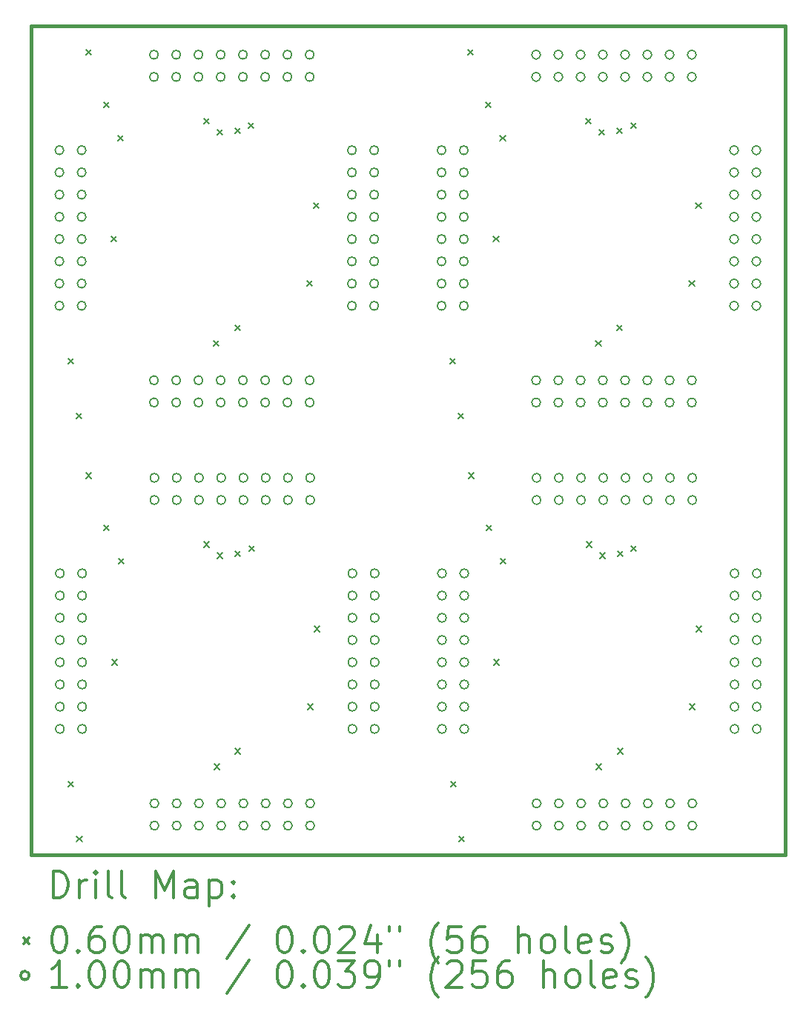
<source format=gbr>
%FSLAX45Y45*%
G04 Gerber Fmt 4.5, Leading zero omitted, Abs format (unit mm)*
G04 Created by KiCad (PCBNEW 4.0.5+dfsg1-4) date Mon Jul  9 23:17:05 2018*
%MOMM*%
%LPD*%
G01*
G04 APERTURE LIST*
%ADD10C,0.127000*%
%ADD11C,0.381000*%
%ADD12C,0.200000*%
%ADD13C,0.300000*%
G04 APERTURE END LIST*
D10*
D11*
X10901680Y-3594100D02*
X10916920Y-3594100D01*
X10901680Y-13073380D02*
X10901680Y-3594100D01*
X19517360Y-13073380D02*
X10901680Y-13073380D01*
X19517360Y-3594100D02*
X19517360Y-13073380D01*
X10916920Y-3594100D02*
X19517360Y-3594100D01*
D12*
X11323800Y-7393150D02*
X11383800Y-7453150D01*
X11383800Y-7393150D02*
X11323800Y-7453150D01*
X11328880Y-12229310D02*
X11388880Y-12289310D01*
X11388880Y-12229310D02*
X11328880Y-12289310D01*
X11419050Y-8021800D02*
X11479050Y-8081800D01*
X11479050Y-8021800D02*
X11419050Y-8081800D01*
X11424130Y-12857960D02*
X11484130Y-12917960D01*
X11484130Y-12857960D02*
X11424130Y-12917960D01*
X11527000Y-3868900D02*
X11587000Y-3928900D01*
X11587000Y-3868900D02*
X11527000Y-3928900D01*
X11532080Y-8705060D02*
X11592080Y-8765060D01*
X11592080Y-8705060D02*
X11532080Y-8765060D01*
X11730200Y-4465800D02*
X11790200Y-4525800D01*
X11790200Y-4465800D02*
X11730200Y-4525800D01*
X11735280Y-9301960D02*
X11795280Y-9361960D01*
X11795280Y-9301960D02*
X11735280Y-9361960D01*
X11819100Y-6002500D02*
X11879100Y-6062500D01*
X11879100Y-6002500D02*
X11819100Y-6062500D01*
X11824180Y-10838660D02*
X11884180Y-10898660D01*
X11884180Y-10838660D02*
X11824180Y-10898660D01*
X11895300Y-4846800D02*
X11955300Y-4906800D01*
X11955300Y-4846800D02*
X11895300Y-4906800D01*
X11900380Y-9682960D02*
X11960380Y-9742960D01*
X11960380Y-9682960D02*
X11900380Y-9742960D01*
X12873200Y-4656300D02*
X12933200Y-4716300D01*
X12933200Y-4656300D02*
X12873200Y-4716300D01*
X12878280Y-9492460D02*
X12938280Y-9552460D01*
X12938280Y-9492460D02*
X12878280Y-9552460D01*
X12987500Y-7196300D02*
X13047500Y-7256300D01*
X13047500Y-7196300D02*
X12987500Y-7256300D01*
X12992580Y-12032460D02*
X13052580Y-12092460D01*
X13052580Y-12032460D02*
X12992580Y-12092460D01*
X13025600Y-4783300D02*
X13085600Y-4843300D01*
X13085600Y-4783300D02*
X13025600Y-4843300D01*
X13030680Y-9619460D02*
X13090680Y-9679460D01*
X13090680Y-9619460D02*
X13030680Y-9679460D01*
X13228800Y-4764250D02*
X13288800Y-4824250D01*
X13288800Y-4764250D02*
X13228800Y-4824250D01*
X13228800Y-7018500D02*
X13288800Y-7078500D01*
X13288800Y-7018500D02*
X13228800Y-7078500D01*
X13233880Y-9600410D02*
X13293880Y-9660410D01*
X13293880Y-9600410D02*
X13233880Y-9660410D01*
X13233880Y-11854660D02*
X13293880Y-11914660D01*
X13293880Y-11854660D02*
X13233880Y-11914660D01*
X13387550Y-4700750D02*
X13447550Y-4760750D01*
X13447550Y-4700750D02*
X13387550Y-4760750D01*
X13392630Y-9536910D02*
X13452630Y-9596910D01*
X13452630Y-9536910D02*
X13392630Y-9596910D01*
X14054300Y-6510500D02*
X14114300Y-6570500D01*
X14114300Y-6510500D02*
X14054300Y-6570500D01*
X14059380Y-11346660D02*
X14119380Y-11406660D01*
X14119380Y-11346660D02*
X14059380Y-11406660D01*
X14130500Y-5621500D02*
X14190500Y-5681500D01*
X14190500Y-5621500D02*
X14130500Y-5681500D01*
X14135580Y-10457660D02*
X14195580Y-10517660D01*
X14195580Y-10457660D02*
X14135580Y-10517660D01*
X15687520Y-7393150D02*
X15747520Y-7453150D01*
X15747520Y-7393150D02*
X15687520Y-7453150D01*
X15692600Y-12229310D02*
X15752600Y-12289310D01*
X15752600Y-12229310D02*
X15692600Y-12289310D01*
X15782770Y-8021800D02*
X15842770Y-8081800D01*
X15842770Y-8021800D02*
X15782770Y-8081800D01*
X15787850Y-12857960D02*
X15847850Y-12917960D01*
X15847850Y-12857960D02*
X15787850Y-12917960D01*
X15890720Y-3868900D02*
X15950720Y-3928900D01*
X15950720Y-3868900D02*
X15890720Y-3928900D01*
X15895800Y-8705060D02*
X15955800Y-8765060D01*
X15955800Y-8705060D02*
X15895800Y-8765060D01*
X16093920Y-4465800D02*
X16153920Y-4525800D01*
X16153920Y-4465800D02*
X16093920Y-4525800D01*
X16099000Y-9301960D02*
X16159000Y-9361960D01*
X16159000Y-9301960D02*
X16099000Y-9361960D01*
X16182820Y-6002500D02*
X16242820Y-6062500D01*
X16242820Y-6002500D02*
X16182820Y-6062500D01*
X16187900Y-10838660D02*
X16247900Y-10898660D01*
X16247900Y-10838660D02*
X16187900Y-10898660D01*
X16259020Y-4846800D02*
X16319020Y-4906800D01*
X16319020Y-4846800D02*
X16259020Y-4906800D01*
X16264100Y-9682960D02*
X16324100Y-9742960D01*
X16324100Y-9682960D02*
X16264100Y-9742960D01*
X17236920Y-4656300D02*
X17296920Y-4716300D01*
X17296920Y-4656300D02*
X17236920Y-4716300D01*
X17242000Y-9492460D02*
X17302000Y-9552460D01*
X17302000Y-9492460D02*
X17242000Y-9552460D01*
X17351220Y-7196300D02*
X17411220Y-7256300D01*
X17411220Y-7196300D02*
X17351220Y-7256300D01*
X17356300Y-12032460D02*
X17416300Y-12092460D01*
X17416300Y-12032460D02*
X17356300Y-12092460D01*
X17389320Y-4783300D02*
X17449320Y-4843300D01*
X17449320Y-4783300D02*
X17389320Y-4843300D01*
X17394400Y-9619460D02*
X17454400Y-9679460D01*
X17454400Y-9619460D02*
X17394400Y-9679460D01*
X17592520Y-4764250D02*
X17652520Y-4824250D01*
X17652520Y-4764250D02*
X17592520Y-4824250D01*
X17592520Y-7018500D02*
X17652520Y-7078500D01*
X17652520Y-7018500D02*
X17592520Y-7078500D01*
X17597600Y-9600410D02*
X17657600Y-9660410D01*
X17657600Y-9600410D02*
X17597600Y-9660410D01*
X17597600Y-11854660D02*
X17657600Y-11914660D01*
X17657600Y-11854660D02*
X17597600Y-11914660D01*
X17751270Y-4700750D02*
X17811270Y-4760750D01*
X17811270Y-4700750D02*
X17751270Y-4760750D01*
X17756350Y-9536910D02*
X17816350Y-9596910D01*
X17816350Y-9536910D02*
X17756350Y-9596910D01*
X18418020Y-6510500D02*
X18478020Y-6570500D01*
X18478020Y-6510500D02*
X18418020Y-6570500D01*
X18423100Y-11346660D02*
X18483100Y-11406660D01*
X18483100Y-11346660D02*
X18423100Y-11406660D01*
X18494220Y-5621500D02*
X18554220Y-5681500D01*
X18554220Y-5621500D02*
X18494220Y-5681500D01*
X18499300Y-10457660D02*
X18559300Y-10517660D01*
X18559300Y-10457660D02*
X18499300Y-10517660D01*
X11276800Y-5016500D02*
G75*
G03X11276800Y-5016500I-50000J0D01*
G01*
X11276800Y-5270500D02*
G75*
G03X11276800Y-5270500I-50000J0D01*
G01*
X11276800Y-5524500D02*
G75*
G03X11276800Y-5524500I-50000J0D01*
G01*
X11276800Y-5778500D02*
G75*
G03X11276800Y-5778500I-50000J0D01*
G01*
X11276800Y-6032500D02*
G75*
G03X11276800Y-6032500I-50000J0D01*
G01*
X11276800Y-6286500D02*
G75*
G03X11276800Y-6286500I-50000J0D01*
G01*
X11276800Y-6540500D02*
G75*
G03X11276800Y-6540500I-50000J0D01*
G01*
X11276800Y-6794500D02*
G75*
G03X11276800Y-6794500I-50000J0D01*
G01*
X11281880Y-9852660D02*
G75*
G03X11281880Y-9852660I-50000J0D01*
G01*
X11281880Y-10106660D02*
G75*
G03X11281880Y-10106660I-50000J0D01*
G01*
X11281880Y-10360660D02*
G75*
G03X11281880Y-10360660I-50000J0D01*
G01*
X11281880Y-10614660D02*
G75*
G03X11281880Y-10614660I-50000J0D01*
G01*
X11281880Y-10868660D02*
G75*
G03X11281880Y-10868660I-50000J0D01*
G01*
X11281880Y-11122660D02*
G75*
G03X11281880Y-11122660I-50000J0D01*
G01*
X11281880Y-11376660D02*
G75*
G03X11281880Y-11376660I-50000J0D01*
G01*
X11281880Y-11630660D02*
G75*
G03X11281880Y-11630660I-50000J0D01*
G01*
X11530800Y-5016500D02*
G75*
G03X11530800Y-5016500I-50000J0D01*
G01*
X11530800Y-5270500D02*
G75*
G03X11530800Y-5270500I-50000J0D01*
G01*
X11530800Y-5524500D02*
G75*
G03X11530800Y-5524500I-50000J0D01*
G01*
X11530800Y-5778500D02*
G75*
G03X11530800Y-5778500I-50000J0D01*
G01*
X11530800Y-6032500D02*
G75*
G03X11530800Y-6032500I-50000J0D01*
G01*
X11530800Y-6286500D02*
G75*
G03X11530800Y-6286500I-50000J0D01*
G01*
X11530800Y-6540500D02*
G75*
G03X11530800Y-6540500I-50000J0D01*
G01*
X11530800Y-6794500D02*
G75*
G03X11530800Y-6794500I-50000J0D01*
G01*
X11535880Y-9852660D02*
G75*
G03X11535880Y-9852660I-50000J0D01*
G01*
X11535880Y-10106660D02*
G75*
G03X11535880Y-10106660I-50000J0D01*
G01*
X11535880Y-10360660D02*
G75*
G03X11535880Y-10360660I-50000J0D01*
G01*
X11535880Y-10614660D02*
G75*
G03X11535880Y-10614660I-50000J0D01*
G01*
X11535880Y-10868660D02*
G75*
G03X11535880Y-10868660I-50000J0D01*
G01*
X11535880Y-11122660D02*
G75*
G03X11535880Y-11122660I-50000J0D01*
G01*
X11535880Y-11376660D02*
G75*
G03X11535880Y-11376660I-50000J0D01*
G01*
X11535880Y-11630660D02*
G75*
G03X11535880Y-11630660I-50000J0D01*
G01*
X12356300Y-3924300D02*
G75*
G03X12356300Y-3924300I-50000J0D01*
G01*
X12356300Y-4178300D02*
G75*
G03X12356300Y-4178300I-50000J0D01*
G01*
X12356300Y-7645400D02*
G75*
G03X12356300Y-7645400I-50000J0D01*
G01*
X12356300Y-7899400D02*
G75*
G03X12356300Y-7899400I-50000J0D01*
G01*
X12361380Y-8760460D02*
G75*
G03X12361380Y-8760460I-50000J0D01*
G01*
X12361380Y-9014460D02*
G75*
G03X12361380Y-9014460I-50000J0D01*
G01*
X12361380Y-12481560D02*
G75*
G03X12361380Y-12481560I-50000J0D01*
G01*
X12361380Y-12735560D02*
G75*
G03X12361380Y-12735560I-50000J0D01*
G01*
X12610300Y-3924300D02*
G75*
G03X12610300Y-3924300I-50000J0D01*
G01*
X12610300Y-4178300D02*
G75*
G03X12610300Y-4178300I-50000J0D01*
G01*
X12610300Y-7645400D02*
G75*
G03X12610300Y-7645400I-50000J0D01*
G01*
X12610300Y-7899400D02*
G75*
G03X12610300Y-7899400I-50000J0D01*
G01*
X12615380Y-8760460D02*
G75*
G03X12615380Y-8760460I-50000J0D01*
G01*
X12615380Y-9014460D02*
G75*
G03X12615380Y-9014460I-50000J0D01*
G01*
X12615380Y-12481560D02*
G75*
G03X12615380Y-12481560I-50000J0D01*
G01*
X12615380Y-12735560D02*
G75*
G03X12615380Y-12735560I-50000J0D01*
G01*
X12864300Y-3924300D02*
G75*
G03X12864300Y-3924300I-50000J0D01*
G01*
X12864300Y-4178300D02*
G75*
G03X12864300Y-4178300I-50000J0D01*
G01*
X12864300Y-7645400D02*
G75*
G03X12864300Y-7645400I-50000J0D01*
G01*
X12864300Y-7899400D02*
G75*
G03X12864300Y-7899400I-50000J0D01*
G01*
X12869380Y-8760460D02*
G75*
G03X12869380Y-8760460I-50000J0D01*
G01*
X12869380Y-9014460D02*
G75*
G03X12869380Y-9014460I-50000J0D01*
G01*
X12869380Y-12481560D02*
G75*
G03X12869380Y-12481560I-50000J0D01*
G01*
X12869380Y-12735560D02*
G75*
G03X12869380Y-12735560I-50000J0D01*
G01*
X13118300Y-3924300D02*
G75*
G03X13118300Y-3924300I-50000J0D01*
G01*
X13118300Y-4178300D02*
G75*
G03X13118300Y-4178300I-50000J0D01*
G01*
X13118300Y-7645400D02*
G75*
G03X13118300Y-7645400I-50000J0D01*
G01*
X13118300Y-7899400D02*
G75*
G03X13118300Y-7899400I-50000J0D01*
G01*
X13123380Y-8760460D02*
G75*
G03X13123380Y-8760460I-50000J0D01*
G01*
X13123380Y-9014460D02*
G75*
G03X13123380Y-9014460I-50000J0D01*
G01*
X13123380Y-12481560D02*
G75*
G03X13123380Y-12481560I-50000J0D01*
G01*
X13123380Y-12735560D02*
G75*
G03X13123380Y-12735560I-50000J0D01*
G01*
X13372300Y-3924300D02*
G75*
G03X13372300Y-3924300I-50000J0D01*
G01*
X13372300Y-4178300D02*
G75*
G03X13372300Y-4178300I-50000J0D01*
G01*
X13372300Y-7645400D02*
G75*
G03X13372300Y-7645400I-50000J0D01*
G01*
X13372300Y-7899400D02*
G75*
G03X13372300Y-7899400I-50000J0D01*
G01*
X13377380Y-8760460D02*
G75*
G03X13377380Y-8760460I-50000J0D01*
G01*
X13377380Y-9014460D02*
G75*
G03X13377380Y-9014460I-50000J0D01*
G01*
X13377380Y-12481560D02*
G75*
G03X13377380Y-12481560I-50000J0D01*
G01*
X13377380Y-12735560D02*
G75*
G03X13377380Y-12735560I-50000J0D01*
G01*
X13626300Y-3924300D02*
G75*
G03X13626300Y-3924300I-50000J0D01*
G01*
X13626300Y-4178300D02*
G75*
G03X13626300Y-4178300I-50000J0D01*
G01*
X13626300Y-7645400D02*
G75*
G03X13626300Y-7645400I-50000J0D01*
G01*
X13626300Y-7899400D02*
G75*
G03X13626300Y-7899400I-50000J0D01*
G01*
X13631380Y-8760460D02*
G75*
G03X13631380Y-8760460I-50000J0D01*
G01*
X13631380Y-9014460D02*
G75*
G03X13631380Y-9014460I-50000J0D01*
G01*
X13631380Y-12481560D02*
G75*
G03X13631380Y-12481560I-50000J0D01*
G01*
X13631380Y-12735560D02*
G75*
G03X13631380Y-12735560I-50000J0D01*
G01*
X13880300Y-3924300D02*
G75*
G03X13880300Y-3924300I-50000J0D01*
G01*
X13880300Y-4178300D02*
G75*
G03X13880300Y-4178300I-50000J0D01*
G01*
X13880300Y-7645400D02*
G75*
G03X13880300Y-7645400I-50000J0D01*
G01*
X13880300Y-7899400D02*
G75*
G03X13880300Y-7899400I-50000J0D01*
G01*
X13885380Y-8760460D02*
G75*
G03X13885380Y-8760460I-50000J0D01*
G01*
X13885380Y-9014460D02*
G75*
G03X13885380Y-9014460I-50000J0D01*
G01*
X13885380Y-12481560D02*
G75*
G03X13885380Y-12481560I-50000J0D01*
G01*
X13885380Y-12735560D02*
G75*
G03X13885380Y-12735560I-50000J0D01*
G01*
X14134300Y-3924300D02*
G75*
G03X14134300Y-3924300I-50000J0D01*
G01*
X14134300Y-4178300D02*
G75*
G03X14134300Y-4178300I-50000J0D01*
G01*
X14134300Y-7645400D02*
G75*
G03X14134300Y-7645400I-50000J0D01*
G01*
X14134300Y-7899400D02*
G75*
G03X14134300Y-7899400I-50000J0D01*
G01*
X14139380Y-8760460D02*
G75*
G03X14139380Y-8760460I-50000J0D01*
G01*
X14139380Y-9014460D02*
G75*
G03X14139380Y-9014460I-50000J0D01*
G01*
X14139380Y-12481560D02*
G75*
G03X14139380Y-12481560I-50000J0D01*
G01*
X14139380Y-12735560D02*
G75*
G03X14139380Y-12735560I-50000J0D01*
G01*
X14616900Y-5016500D02*
G75*
G03X14616900Y-5016500I-50000J0D01*
G01*
X14616900Y-5270500D02*
G75*
G03X14616900Y-5270500I-50000J0D01*
G01*
X14616900Y-5524500D02*
G75*
G03X14616900Y-5524500I-50000J0D01*
G01*
X14616900Y-5778500D02*
G75*
G03X14616900Y-5778500I-50000J0D01*
G01*
X14616900Y-6032500D02*
G75*
G03X14616900Y-6032500I-50000J0D01*
G01*
X14616900Y-6286500D02*
G75*
G03X14616900Y-6286500I-50000J0D01*
G01*
X14616900Y-6540500D02*
G75*
G03X14616900Y-6540500I-50000J0D01*
G01*
X14616900Y-6794500D02*
G75*
G03X14616900Y-6794500I-50000J0D01*
G01*
X14621980Y-9852660D02*
G75*
G03X14621980Y-9852660I-50000J0D01*
G01*
X14621980Y-10106660D02*
G75*
G03X14621980Y-10106660I-50000J0D01*
G01*
X14621980Y-10360660D02*
G75*
G03X14621980Y-10360660I-50000J0D01*
G01*
X14621980Y-10614660D02*
G75*
G03X14621980Y-10614660I-50000J0D01*
G01*
X14621980Y-10868660D02*
G75*
G03X14621980Y-10868660I-50000J0D01*
G01*
X14621980Y-11122660D02*
G75*
G03X14621980Y-11122660I-50000J0D01*
G01*
X14621980Y-11376660D02*
G75*
G03X14621980Y-11376660I-50000J0D01*
G01*
X14621980Y-11630660D02*
G75*
G03X14621980Y-11630660I-50000J0D01*
G01*
X14870900Y-5016500D02*
G75*
G03X14870900Y-5016500I-50000J0D01*
G01*
X14870900Y-5270500D02*
G75*
G03X14870900Y-5270500I-50000J0D01*
G01*
X14870900Y-5524500D02*
G75*
G03X14870900Y-5524500I-50000J0D01*
G01*
X14870900Y-5778500D02*
G75*
G03X14870900Y-5778500I-50000J0D01*
G01*
X14870900Y-6032500D02*
G75*
G03X14870900Y-6032500I-50000J0D01*
G01*
X14870900Y-6286500D02*
G75*
G03X14870900Y-6286500I-50000J0D01*
G01*
X14870900Y-6540500D02*
G75*
G03X14870900Y-6540500I-50000J0D01*
G01*
X14870900Y-6794500D02*
G75*
G03X14870900Y-6794500I-50000J0D01*
G01*
X14875980Y-9852660D02*
G75*
G03X14875980Y-9852660I-50000J0D01*
G01*
X14875980Y-10106660D02*
G75*
G03X14875980Y-10106660I-50000J0D01*
G01*
X14875980Y-10360660D02*
G75*
G03X14875980Y-10360660I-50000J0D01*
G01*
X14875980Y-10614660D02*
G75*
G03X14875980Y-10614660I-50000J0D01*
G01*
X14875980Y-10868660D02*
G75*
G03X14875980Y-10868660I-50000J0D01*
G01*
X14875980Y-11122660D02*
G75*
G03X14875980Y-11122660I-50000J0D01*
G01*
X14875980Y-11376660D02*
G75*
G03X14875980Y-11376660I-50000J0D01*
G01*
X14875980Y-11630660D02*
G75*
G03X14875980Y-11630660I-50000J0D01*
G01*
X15640520Y-5016500D02*
G75*
G03X15640520Y-5016500I-50000J0D01*
G01*
X15640520Y-5270500D02*
G75*
G03X15640520Y-5270500I-50000J0D01*
G01*
X15640520Y-5524500D02*
G75*
G03X15640520Y-5524500I-50000J0D01*
G01*
X15640520Y-5778500D02*
G75*
G03X15640520Y-5778500I-50000J0D01*
G01*
X15640520Y-6032500D02*
G75*
G03X15640520Y-6032500I-50000J0D01*
G01*
X15640520Y-6286500D02*
G75*
G03X15640520Y-6286500I-50000J0D01*
G01*
X15640520Y-6540500D02*
G75*
G03X15640520Y-6540500I-50000J0D01*
G01*
X15640520Y-6794500D02*
G75*
G03X15640520Y-6794500I-50000J0D01*
G01*
X15645600Y-9852660D02*
G75*
G03X15645600Y-9852660I-50000J0D01*
G01*
X15645600Y-10106660D02*
G75*
G03X15645600Y-10106660I-50000J0D01*
G01*
X15645600Y-10360660D02*
G75*
G03X15645600Y-10360660I-50000J0D01*
G01*
X15645600Y-10614660D02*
G75*
G03X15645600Y-10614660I-50000J0D01*
G01*
X15645600Y-10868660D02*
G75*
G03X15645600Y-10868660I-50000J0D01*
G01*
X15645600Y-11122660D02*
G75*
G03X15645600Y-11122660I-50000J0D01*
G01*
X15645600Y-11376660D02*
G75*
G03X15645600Y-11376660I-50000J0D01*
G01*
X15645600Y-11630660D02*
G75*
G03X15645600Y-11630660I-50000J0D01*
G01*
X15894520Y-5016500D02*
G75*
G03X15894520Y-5016500I-50000J0D01*
G01*
X15894520Y-5270500D02*
G75*
G03X15894520Y-5270500I-50000J0D01*
G01*
X15894520Y-5524500D02*
G75*
G03X15894520Y-5524500I-50000J0D01*
G01*
X15894520Y-5778500D02*
G75*
G03X15894520Y-5778500I-50000J0D01*
G01*
X15894520Y-6032500D02*
G75*
G03X15894520Y-6032500I-50000J0D01*
G01*
X15894520Y-6286500D02*
G75*
G03X15894520Y-6286500I-50000J0D01*
G01*
X15894520Y-6540500D02*
G75*
G03X15894520Y-6540500I-50000J0D01*
G01*
X15894520Y-6794500D02*
G75*
G03X15894520Y-6794500I-50000J0D01*
G01*
X15899600Y-9852660D02*
G75*
G03X15899600Y-9852660I-50000J0D01*
G01*
X15899600Y-10106660D02*
G75*
G03X15899600Y-10106660I-50000J0D01*
G01*
X15899600Y-10360660D02*
G75*
G03X15899600Y-10360660I-50000J0D01*
G01*
X15899600Y-10614660D02*
G75*
G03X15899600Y-10614660I-50000J0D01*
G01*
X15899600Y-10868660D02*
G75*
G03X15899600Y-10868660I-50000J0D01*
G01*
X15899600Y-11122660D02*
G75*
G03X15899600Y-11122660I-50000J0D01*
G01*
X15899600Y-11376660D02*
G75*
G03X15899600Y-11376660I-50000J0D01*
G01*
X15899600Y-11630660D02*
G75*
G03X15899600Y-11630660I-50000J0D01*
G01*
X16720020Y-3924300D02*
G75*
G03X16720020Y-3924300I-50000J0D01*
G01*
X16720020Y-4178300D02*
G75*
G03X16720020Y-4178300I-50000J0D01*
G01*
X16720020Y-7645400D02*
G75*
G03X16720020Y-7645400I-50000J0D01*
G01*
X16720020Y-7899400D02*
G75*
G03X16720020Y-7899400I-50000J0D01*
G01*
X16725100Y-8760460D02*
G75*
G03X16725100Y-8760460I-50000J0D01*
G01*
X16725100Y-9014460D02*
G75*
G03X16725100Y-9014460I-50000J0D01*
G01*
X16725100Y-12481560D02*
G75*
G03X16725100Y-12481560I-50000J0D01*
G01*
X16725100Y-12735560D02*
G75*
G03X16725100Y-12735560I-50000J0D01*
G01*
X16974020Y-3924300D02*
G75*
G03X16974020Y-3924300I-50000J0D01*
G01*
X16974020Y-4178300D02*
G75*
G03X16974020Y-4178300I-50000J0D01*
G01*
X16974020Y-7645400D02*
G75*
G03X16974020Y-7645400I-50000J0D01*
G01*
X16974020Y-7899400D02*
G75*
G03X16974020Y-7899400I-50000J0D01*
G01*
X16979100Y-8760460D02*
G75*
G03X16979100Y-8760460I-50000J0D01*
G01*
X16979100Y-9014460D02*
G75*
G03X16979100Y-9014460I-50000J0D01*
G01*
X16979100Y-12481560D02*
G75*
G03X16979100Y-12481560I-50000J0D01*
G01*
X16979100Y-12735560D02*
G75*
G03X16979100Y-12735560I-50000J0D01*
G01*
X17228020Y-3924300D02*
G75*
G03X17228020Y-3924300I-50000J0D01*
G01*
X17228020Y-4178300D02*
G75*
G03X17228020Y-4178300I-50000J0D01*
G01*
X17228020Y-7645400D02*
G75*
G03X17228020Y-7645400I-50000J0D01*
G01*
X17228020Y-7899400D02*
G75*
G03X17228020Y-7899400I-50000J0D01*
G01*
X17233100Y-8760460D02*
G75*
G03X17233100Y-8760460I-50000J0D01*
G01*
X17233100Y-9014460D02*
G75*
G03X17233100Y-9014460I-50000J0D01*
G01*
X17233100Y-12481560D02*
G75*
G03X17233100Y-12481560I-50000J0D01*
G01*
X17233100Y-12735560D02*
G75*
G03X17233100Y-12735560I-50000J0D01*
G01*
X17482020Y-3924300D02*
G75*
G03X17482020Y-3924300I-50000J0D01*
G01*
X17482020Y-4178300D02*
G75*
G03X17482020Y-4178300I-50000J0D01*
G01*
X17482020Y-7645400D02*
G75*
G03X17482020Y-7645400I-50000J0D01*
G01*
X17482020Y-7899400D02*
G75*
G03X17482020Y-7899400I-50000J0D01*
G01*
X17487100Y-8760460D02*
G75*
G03X17487100Y-8760460I-50000J0D01*
G01*
X17487100Y-9014460D02*
G75*
G03X17487100Y-9014460I-50000J0D01*
G01*
X17487100Y-12481560D02*
G75*
G03X17487100Y-12481560I-50000J0D01*
G01*
X17487100Y-12735560D02*
G75*
G03X17487100Y-12735560I-50000J0D01*
G01*
X17736020Y-3924300D02*
G75*
G03X17736020Y-3924300I-50000J0D01*
G01*
X17736020Y-4178300D02*
G75*
G03X17736020Y-4178300I-50000J0D01*
G01*
X17736020Y-7645400D02*
G75*
G03X17736020Y-7645400I-50000J0D01*
G01*
X17736020Y-7899400D02*
G75*
G03X17736020Y-7899400I-50000J0D01*
G01*
X17741100Y-8760460D02*
G75*
G03X17741100Y-8760460I-50000J0D01*
G01*
X17741100Y-9014460D02*
G75*
G03X17741100Y-9014460I-50000J0D01*
G01*
X17741100Y-12481560D02*
G75*
G03X17741100Y-12481560I-50000J0D01*
G01*
X17741100Y-12735560D02*
G75*
G03X17741100Y-12735560I-50000J0D01*
G01*
X17990020Y-3924300D02*
G75*
G03X17990020Y-3924300I-50000J0D01*
G01*
X17990020Y-4178300D02*
G75*
G03X17990020Y-4178300I-50000J0D01*
G01*
X17990020Y-7645400D02*
G75*
G03X17990020Y-7645400I-50000J0D01*
G01*
X17990020Y-7899400D02*
G75*
G03X17990020Y-7899400I-50000J0D01*
G01*
X17995100Y-8760460D02*
G75*
G03X17995100Y-8760460I-50000J0D01*
G01*
X17995100Y-9014460D02*
G75*
G03X17995100Y-9014460I-50000J0D01*
G01*
X17995100Y-12481560D02*
G75*
G03X17995100Y-12481560I-50000J0D01*
G01*
X17995100Y-12735560D02*
G75*
G03X17995100Y-12735560I-50000J0D01*
G01*
X18244020Y-3924300D02*
G75*
G03X18244020Y-3924300I-50000J0D01*
G01*
X18244020Y-4178300D02*
G75*
G03X18244020Y-4178300I-50000J0D01*
G01*
X18244020Y-7645400D02*
G75*
G03X18244020Y-7645400I-50000J0D01*
G01*
X18244020Y-7899400D02*
G75*
G03X18244020Y-7899400I-50000J0D01*
G01*
X18249100Y-8760460D02*
G75*
G03X18249100Y-8760460I-50000J0D01*
G01*
X18249100Y-9014460D02*
G75*
G03X18249100Y-9014460I-50000J0D01*
G01*
X18249100Y-12481560D02*
G75*
G03X18249100Y-12481560I-50000J0D01*
G01*
X18249100Y-12735560D02*
G75*
G03X18249100Y-12735560I-50000J0D01*
G01*
X18498020Y-3924300D02*
G75*
G03X18498020Y-3924300I-50000J0D01*
G01*
X18498020Y-4178300D02*
G75*
G03X18498020Y-4178300I-50000J0D01*
G01*
X18498020Y-7645400D02*
G75*
G03X18498020Y-7645400I-50000J0D01*
G01*
X18498020Y-7899400D02*
G75*
G03X18498020Y-7899400I-50000J0D01*
G01*
X18503100Y-8760460D02*
G75*
G03X18503100Y-8760460I-50000J0D01*
G01*
X18503100Y-9014460D02*
G75*
G03X18503100Y-9014460I-50000J0D01*
G01*
X18503100Y-12481560D02*
G75*
G03X18503100Y-12481560I-50000J0D01*
G01*
X18503100Y-12735560D02*
G75*
G03X18503100Y-12735560I-50000J0D01*
G01*
X18980620Y-5016500D02*
G75*
G03X18980620Y-5016500I-50000J0D01*
G01*
X18980620Y-5270500D02*
G75*
G03X18980620Y-5270500I-50000J0D01*
G01*
X18980620Y-5524500D02*
G75*
G03X18980620Y-5524500I-50000J0D01*
G01*
X18980620Y-5778500D02*
G75*
G03X18980620Y-5778500I-50000J0D01*
G01*
X18980620Y-6032500D02*
G75*
G03X18980620Y-6032500I-50000J0D01*
G01*
X18980620Y-6286500D02*
G75*
G03X18980620Y-6286500I-50000J0D01*
G01*
X18980620Y-6540500D02*
G75*
G03X18980620Y-6540500I-50000J0D01*
G01*
X18980620Y-6794500D02*
G75*
G03X18980620Y-6794500I-50000J0D01*
G01*
X18985700Y-9852660D02*
G75*
G03X18985700Y-9852660I-50000J0D01*
G01*
X18985700Y-10106660D02*
G75*
G03X18985700Y-10106660I-50000J0D01*
G01*
X18985700Y-10360660D02*
G75*
G03X18985700Y-10360660I-50000J0D01*
G01*
X18985700Y-10614660D02*
G75*
G03X18985700Y-10614660I-50000J0D01*
G01*
X18985700Y-10868660D02*
G75*
G03X18985700Y-10868660I-50000J0D01*
G01*
X18985700Y-11122660D02*
G75*
G03X18985700Y-11122660I-50000J0D01*
G01*
X18985700Y-11376660D02*
G75*
G03X18985700Y-11376660I-50000J0D01*
G01*
X18985700Y-11630660D02*
G75*
G03X18985700Y-11630660I-50000J0D01*
G01*
X19234620Y-5016500D02*
G75*
G03X19234620Y-5016500I-50000J0D01*
G01*
X19234620Y-5270500D02*
G75*
G03X19234620Y-5270500I-50000J0D01*
G01*
X19234620Y-5524500D02*
G75*
G03X19234620Y-5524500I-50000J0D01*
G01*
X19234620Y-5778500D02*
G75*
G03X19234620Y-5778500I-50000J0D01*
G01*
X19234620Y-6032500D02*
G75*
G03X19234620Y-6032500I-50000J0D01*
G01*
X19234620Y-6286500D02*
G75*
G03X19234620Y-6286500I-50000J0D01*
G01*
X19234620Y-6540500D02*
G75*
G03X19234620Y-6540500I-50000J0D01*
G01*
X19234620Y-6794500D02*
G75*
G03X19234620Y-6794500I-50000J0D01*
G01*
X19239700Y-9852660D02*
G75*
G03X19239700Y-9852660I-50000J0D01*
G01*
X19239700Y-10106660D02*
G75*
G03X19239700Y-10106660I-50000J0D01*
G01*
X19239700Y-10360660D02*
G75*
G03X19239700Y-10360660I-50000J0D01*
G01*
X19239700Y-10614660D02*
G75*
G03X19239700Y-10614660I-50000J0D01*
G01*
X19239700Y-10868660D02*
G75*
G03X19239700Y-10868660I-50000J0D01*
G01*
X19239700Y-11122660D02*
G75*
G03X19239700Y-11122660I-50000J0D01*
G01*
X19239700Y-11376660D02*
G75*
G03X19239700Y-11376660I-50000J0D01*
G01*
X19239700Y-11630660D02*
G75*
G03X19239700Y-11630660I-50000J0D01*
G01*
D13*
X11154059Y-13558144D02*
X11154059Y-13258144D01*
X11225487Y-13258144D01*
X11268344Y-13272430D01*
X11296916Y-13301001D01*
X11311201Y-13329573D01*
X11325487Y-13386716D01*
X11325487Y-13429573D01*
X11311201Y-13486716D01*
X11296916Y-13515287D01*
X11268344Y-13543859D01*
X11225487Y-13558144D01*
X11154059Y-13558144D01*
X11454058Y-13558144D02*
X11454058Y-13358144D01*
X11454058Y-13415287D02*
X11468344Y-13386716D01*
X11482630Y-13372430D01*
X11511201Y-13358144D01*
X11539773Y-13358144D01*
X11639773Y-13558144D02*
X11639773Y-13358144D01*
X11639773Y-13258144D02*
X11625487Y-13272430D01*
X11639773Y-13286716D01*
X11654058Y-13272430D01*
X11639773Y-13258144D01*
X11639773Y-13286716D01*
X11825487Y-13558144D02*
X11796916Y-13543859D01*
X11782630Y-13515287D01*
X11782630Y-13258144D01*
X11982630Y-13558144D02*
X11954058Y-13543859D01*
X11939773Y-13515287D01*
X11939773Y-13258144D01*
X12325487Y-13558144D02*
X12325487Y-13258144D01*
X12425487Y-13472430D01*
X12525487Y-13258144D01*
X12525487Y-13558144D01*
X12796916Y-13558144D02*
X12796916Y-13401001D01*
X12782630Y-13372430D01*
X12754058Y-13358144D01*
X12696916Y-13358144D01*
X12668344Y-13372430D01*
X12796916Y-13543859D02*
X12768344Y-13558144D01*
X12696916Y-13558144D01*
X12668344Y-13543859D01*
X12654058Y-13515287D01*
X12654058Y-13486716D01*
X12668344Y-13458144D01*
X12696916Y-13443859D01*
X12768344Y-13443859D01*
X12796916Y-13429573D01*
X12939773Y-13358144D02*
X12939773Y-13658144D01*
X12939773Y-13372430D02*
X12968344Y-13358144D01*
X13025487Y-13358144D01*
X13054058Y-13372430D01*
X13068344Y-13386716D01*
X13082630Y-13415287D01*
X13082630Y-13501001D01*
X13068344Y-13529573D01*
X13054058Y-13543859D01*
X13025487Y-13558144D01*
X12968344Y-13558144D01*
X12939773Y-13543859D01*
X13211201Y-13529573D02*
X13225487Y-13543859D01*
X13211201Y-13558144D01*
X13196916Y-13543859D01*
X13211201Y-13529573D01*
X13211201Y-13558144D01*
X13211201Y-13372430D02*
X13225487Y-13386716D01*
X13211201Y-13401001D01*
X13196916Y-13386716D01*
X13211201Y-13372430D01*
X13211201Y-13401001D01*
X10822630Y-14022430D02*
X10882630Y-14082430D01*
X10882630Y-14022430D02*
X10822630Y-14082430D01*
X11211201Y-13888144D02*
X11239773Y-13888144D01*
X11268344Y-13902430D01*
X11282630Y-13916716D01*
X11296916Y-13945287D01*
X11311201Y-14002430D01*
X11311201Y-14073859D01*
X11296916Y-14131001D01*
X11282630Y-14159573D01*
X11268344Y-14173859D01*
X11239773Y-14188144D01*
X11211201Y-14188144D01*
X11182630Y-14173859D01*
X11168344Y-14159573D01*
X11154059Y-14131001D01*
X11139773Y-14073859D01*
X11139773Y-14002430D01*
X11154059Y-13945287D01*
X11168344Y-13916716D01*
X11182630Y-13902430D01*
X11211201Y-13888144D01*
X11439773Y-14159573D02*
X11454058Y-14173859D01*
X11439773Y-14188144D01*
X11425487Y-14173859D01*
X11439773Y-14159573D01*
X11439773Y-14188144D01*
X11711201Y-13888144D02*
X11654058Y-13888144D01*
X11625487Y-13902430D01*
X11611201Y-13916716D01*
X11582630Y-13959573D01*
X11568344Y-14016716D01*
X11568344Y-14131001D01*
X11582630Y-14159573D01*
X11596916Y-14173859D01*
X11625487Y-14188144D01*
X11682630Y-14188144D01*
X11711201Y-14173859D01*
X11725487Y-14159573D01*
X11739773Y-14131001D01*
X11739773Y-14059573D01*
X11725487Y-14031001D01*
X11711201Y-14016716D01*
X11682630Y-14002430D01*
X11625487Y-14002430D01*
X11596916Y-14016716D01*
X11582630Y-14031001D01*
X11568344Y-14059573D01*
X11925487Y-13888144D02*
X11954058Y-13888144D01*
X11982630Y-13902430D01*
X11996916Y-13916716D01*
X12011201Y-13945287D01*
X12025487Y-14002430D01*
X12025487Y-14073859D01*
X12011201Y-14131001D01*
X11996916Y-14159573D01*
X11982630Y-14173859D01*
X11954058Y-14188144D01*
X11925487Y-14188144D01*
X11896916Y-14173859D01*
X11882630Y-14159573D01*
X11868344Y-14131001D01*
X11854058Y-14073859D01*
X11854058Y-14002430D01*
X11868344Y-13945287D01*
X11882630Y-13916716D01*
X11896916Y-13902430D01*
X11925487Y-13888144D01*
X12154058Y-14188144D02*
X12154058Y-13988144D01*
X12154058Y-14016716D02*
X12168344Y-14002430D01*
X12196916Y-13988144D01*
X12239773Y-13988144D01*
X12268344Y-14002430D01*
X12282630Y-14031001D01*
X12282630Y-14188144D01*
X12282630Y-14031001D02*
X12296916Y-14002430D01*
X12325487Y-13988144D01*
X12368344Y-13988144D01*
X12396916Y-14002430D01*
X12411201Y-14031001D01*
X12411201Y-14188144D01*
X12554058Y-14188144D02*
X12554058Y-13988144D01*
X12554058Y-14016716D02*
X12568344Y-14002430D01*
X12596916Y-13988144D01*
X12639773Y-13988144D01*
X12668344Y-14002430D01*
X12682630Y-14031001D01*
X12682630Y-14188144D01*
X12682630Y-14031001D02*
X12696916Y-14002430D01*
X12725487Y-13988144D01*
X12768344Y-13988144D01*
X12796916Y-14002430D01*
X12811201Y-14031001D01*
X12811201Y-14188144D01*
X13396916Y-13873859D02*
X13139773Y-14259573D01*
X13782630Y-13888144D02*
X13811201Y-13888144D01*
X13839773Y-13902430D01*
X13854058Y-13916716D01*
X13868344Y-13945287D01*
X13882630Y-14002430D01*
X13882630Y-14073859D01*
X13868344Y-14131001D01*
X13854058Y-14159573D01*
X13839773Y-14173859D01*
X13811201Y-14188144D01*
X13782630Y-14188144D01*
X13754058Y-14173859D01*
X13739773Y-14159573D01*
X13725487Y-14131001D01*
X13711201Y-14073859D01*
X13711201Y-14002430D01*
X13725487Y-13945287D01*
X13739773Y-13916716D01*
X13754058Y-13902430D01*
X13782630Y-13888144D01*
X14011201Y-14159573D02*
X14025487Y-14173859D01*
X14011201Y-14188144D01*
X13996916Y-14173859D01*
X14011201Y-14159573D01*
X14011201Y-14188144D01*
X14211201Y-13888144D02*
X14239773Y-13888144D01*
X14268344Y-13902430D01*
X14282630Y-13916716D01*
X14296915Y-13945287D01*
X14311201Y-14002430D01*
X14311201Y-14073859D01*
X14296915Y-14131001D01*
X14282630Y-14159573D01*
X14268344Y-14173859D01*
X14239773Y-14188144D01*
X14211201Y-14188144D01*
X14182630Y-14173859D01*
X14168344Y-14159573D01*
X14154058Y-14131001D01*
X14139773Y-14073859D01*
X14139773Y-14002430D01*
X14154058Y-13945287D01*
X14168344Y-13916716D01*
X14182630Y-13902430D01*
X14211201Y-13888144D01*
X14425487Y-13916716D02*
X14439773Y-13902430D01*
X14468344Y-13888144D01*
X14539773Y-13888144D01*
X14568344Y-13902430D01*
X14582630Y-13916716D01*
X14596915Y-13945287D01*
X14596915Y-13973859D01*
X14582630Y-14016716D01*
X14411201Y-14188144D01*
X14596915Y-14188144D01*
X14854058Y-13988144D02*
X14854058Y-14188144D01*
X14782630Y-13873859D02*
X14711201Y-14088144D01*
X14896915Y-14088144D01*
X14996916Y-13888144D02*
X14996916Y-13945287D01*
X15111201Y-13888144D02*
X15111201Y-13945287D01*
X15554058Y-14302430D02*
X15539773Y-14288144D01*
X15511201Y-14245287D01*
X15496915Y-14216716D01*
X15482630Y-14173859D01*
X15468344Y-14102430D01*
X15468344Y-14045287D01*
X15482630Y-13973859D01*
X15496915Y-13931001D01*
X15511201Y-13902430D01*
X15539773Y-13859573D01*
X15554058Y-13845287D01*
X15811201Y-13888144D02*
X15668344Y-13888144D01*
X15654058Y-14031001D01*
X15668344Y-14016716D01*
X15696915Y-14002430D01*
X15768344Y-14002430D01*
X15796915Y-14016716D01*
X15811201Y-14031001D01*
X15825487Y-14059573D01*
X15825487Y-14131001D01*
X15811201Y-14159573D01*
X15796915Y-14173859D01*
X15768344Y-14188144D01*
X15696915Y-14188144D01*
X15668344Y-14173859D01*
X15654058Y-14159573D01*
X16082630Y-13888144D02*
X16025487Y-13888144D01*
X15996915Y-13902430D01*
X15982630Y-13916716D01*
X15954058Y-13959573D01*
X15939773Y-14016716D01*
X15939773Y-14131001D01*
X15954058Y-14159573D01*
X15968344Y-14173859D01*
X15996915Y-14188144D01*
X16054058Y-14188144D01*
X16082630Y-14173859D01*
X16096915Y-14159573D01*
X16111201Y-14131001D01*
X16111201Y-14059573D01*
X16096915Y-14031001D01*
X16082630Y-14016716D01*
X16054058Y-14002430D01*
X15996915Y-14002430D01*
X15968344Y-14016716D01*
X15954058Y-14031001D01*
X15939773Y-14059573D01*
X16468344Y-14188144D02*
X16468344Y-13888144D01*
X16596915Y-14188144D02*
X16596915Y-14031001D01*
X16582630Y-14002430D01*
X16554058Y-13988144D01*
X16511201Y-13988144D01*
X16482630Y-14002430D01*
X16468344Y-14016716D01*
X16782630Y-14188144D02*
X16754058Y-14173859D01*
X16739773Y-14159573D01*
X16725487Y-14131001D01*
X16725487Y-14045287D01*
X16739773Y-14016716D01*
X16754058Y-14002430D01*
X16782630Y-13988144D01*
X16825487Y-13988144D01*
X16854058Y-14002430D01*
X16868344Y-14016716D01*
X16882630Y-14045287D01*
X16882630Y-14131001D01*
X16868344Y-14159573D01*
X16854058Y-14173859D01*
X16825487Y-14188144D01*
X16782630Y-14188144D01*
X17054058Y-14188144D02*
X17025487Y-14173859D01*
X17011201Y-14145287D01*
X17011201Y-13888144D01*
X17282630Y-14173859D02*
X17254059Y-14188144D01*
X17196916Y-14188144D01*
X17168344Y-14173859D01*
X17154059Y-14145287D01*
X17154059Y-14031001D01*
X17168344Y-14002430D01*
X17196916Y-13988144D01*
X17254059Y-13988144D01*
X17282630Y-14002430D01*
X17296916Y-14031001D01*
X17296916Y-14059573D01*
X17154059Y-14088144D01*
X17411201Y-14173859D02*
X17439773Y-14188144D01*
X17496916Y-14188144D01*
X17525487Y-14173859D01*
X17539773Y-14145287D01*
X17539773Y-14131001D01*
X17525487Y-14102430D01*
X17496916Y-14088144D01*
X17454059Y-14088144D01*
X17425487Y-14073859D01*
X17411201Y-14045287D01*
X17411201Y-14031001D01*
X17425487Y-14002430D01*
X17454059Y-13988144D01*
X17496916Y-13988144D01*
X17525487Y-14002430D01*
X17639773Y-14302430D02*
X17654059Y-14288144D01*
X17682630Y-14245287D01*
X17696916Y-14216716D01*
X17711201Y-14173859D01*
X17725487Y-14102430D01*
X17725487Y-14045287D01*
X17711201Y-13973859D01*
X17696916Y-13931001D01*
X17682630Y-13902430D01*
X17654059Y-13859573D01*
X17639773Y-13845287D01*
X10882630Y-14448430D02*
G75*
G03X10882630Y-14448430I-50000J0D01*
G01*
X11311201Y-14584144D02*
X11139773Y-14584144D01*
X11225487Y-14584144D02*
X11225487Y-14284144D01*
X11196916Y-14327001D01*
X11168344Y-14355573D01*
X11139773Y-14369859D01*
X11439773Y-14555573D02*
X11454058Y-14569859D01*
X11439773Y-14584144D01*
X11425487Y-14569859D01*
X11439773Y-14555573D01*
X11439773Y-14584144D01*
X11639773Y-14284144D02*
X11668344Y-14284144D01*
X11696916Y-14298430D01*
X11711201Y-14312716D01*
X11725487Y-14341287D01*
X11739773Y-14398430D01*
X11739773Y-14469859D01*
X11725487Y-14527001D01*
X11711201Y-14555573D01*
X11696916Y-14569859D01*
X11668344Y-14584144D01*
X11639773Y-14584144D01*
X11611201Y-14569859D01*
X11596916Y-14555573D01*
X11582630Y-14527001D01*
X11568344Y-14469859D01*
X11568344Y-14398430D01*
X11582630Y-14341287D01*
X11596916Y-14312716D01*
X11611201Y-14298430D01*
X11639773Y-14284144D01*
X11925487Y-14284144D02*
X11954058Y-14284144D01*
X11982630Y-14298430D01*
X11996916Y-14312716D01*
X12011201Y-14341287D01*
X12025487Y-14398430D01*
X12025487Y-14469859D01*
X12011201Y-14527001D01*
X11996916Y-14555573D01*
X11982630Y-14569859D01*
X11954058Y-14584144D01*
X11925487Y-14584144D01*
X11896916Y-14569859D01*
X11882630Y-14555573D01*
X11868344Y-14527001D01*
X11854058Y-14469859D01*
X11854058Y-14398430D01*
X11868344Y-14341287D01*
X11882630Y-14312716D01*
X11896916Y-14298430D01*
X11925487Y-14284144D01*
X12154058Y-14584144D02*
X12154058Y-14384144D01*
X12154058Y-14412716D02*
X12168344Y-14398430D01*
X12196916Y-14384144D01*
X12239773Y-14384144D01*
X12268344Y-14398430D01*
X12282630Y-14427001D01*
X12282630Y-14584144D01*
X12282630Y-14427001D02*
X12296916Y-14398430D01*
X12325487Y-14384144D01*
X12368344Y-14384144D01*
X12396916Y-14398430D01*
X12411201Y-14427001D01*
X12411201Y-14584144D01*
X12554058Y-14584144D02*
X12554058Y-14384144D01*
X12554058Y-14412716D02*
X12568344Y-14398430D01*
X12596916Y-14384144D01*
X12639773Y-14384144D01*
X12668344Y-14398430D01*
X12682630Y-14427001D01*
X12682630Y-14584144D01*
X12682630Y-14427001D02*
X12696916Y-14398430D01*
X12725487Y-14384144D01*
X12768344Y-14384144D01*
X12796916Y-14398430D01*
X12811201Y-14427001D01*
X12811201Y-14584144D01*
X13396916Y-14269859D02*
X13139773Y-14655573D01*
X13782630Y-14284144D02*
X13811201Y-14284144D01*
X13839773Y-14298430D01*
X13854058Y-14312716D01*
X13868344Y-14341287D01*
X13882630Y-14398430D01*
X13882630Y-14469859D01*
X13868344Y-14527001D01*
X13854058Y-14555573D01*
X13839773Y-14569859D01*
X13811201Y-14584144D01*
X13782630Y-14584144D01*
X13754058Y-14569859D01*
X13739773Y-14555573D01*
X13725487Y-14527001D01*
X13711201Y-14469859D01*
X13711201Y-14398430D01*
X13725487Y-14341287D01*
X13739773Y-14312716D01*
X13754058Y-14298430D01*
X13782630Y-14284144D01*
X14011201Y-14555573D02*
X14025487Y-14569859D01*
X14011201Y-14584144D01*
X13996916Y-14569859D01*
X14011201Y-14555573D01*
X14011201Y-14584144D01*
X14211201Y-14284144D02*
X14239773Y-14284144D01*
X14268344Y-14298430D01*
X14282630Y-14312716D01*
X14296915Y-14341287D01*
X14311201Y-14398430D01*
X14311201Y-14469859D01*
X14296915Y-14527001D01*
X14282630Y-14555573D01*
X14268344Y-14569859D01*
X14239773Y-14584144D01*
X14211201Y-14584144D01*
X14182630Y-14569859D01*
X14168344Y-14555573D01*
X14154058Y-14527001D01*
X14139773Y-14469859D01*
X14139773Y-14398430D01*
X14154058Y-14341287D01*
X14168344Y-14312716D01*
X14182630Y-14298430D01*
X14211201Y-14284144D01*
X14411201Y-14284144D02*
X14596915Y-14284144D01*
X14496915Y-14398430D01*
X14539773Y-14398430D01*
X14568344Y-14412716D01*
X14582630Y-14427001D01*
X14596915Y-14455573D01*
X14596915Y-14527001D01*
X14582630Y-14555573D01*
X14568344Y-14569859D01*
X14539773Y-14584144D01*
X14454058Y-14584144D01*
X14425487Y-14569859D01*
X14411201Y-14555573D01*
X14739773Y-14584144D02*
X14796915Y-14584144D01*
X14825487Y-14569859D01*
X14839773Y-14555573D01*
X14868344Y-14512716D01*
X14882630Y-14455573D01*
X14882630Y-14341287D01*
X14868344Y-14312716D01*
X14854058Y-14298430D01*
X14825487Y-14284144D01*
X14768344Y-14284144D01*
X14739773Y-14298430D01*
X14725487Y-14312716D01*
X14711201Y-14341287D01*
X14711201Y-14412716D01*
X14725487Y-14441287D01*
X14739773Y-14455573D01*
X14768344Y-14469859D01*
X14825487Y-14469859D01*
X14854058Y-14455573D01*
X14868344Y-14441287D01*
X14882630Y-14412716D01*
X14996916Y-14284144D02*
X14996916Y-14341287D01*
X15111201Y-14284144D02*
X15111201Y-14341287D01*
X15554058Y-14698430D02*
X15539773Y-14684144D01*
X15511201Y-14641287D01*
X15496915Y-14612716D01*
X15482630Y-14569859D01*
X15468344Y-14498430D01*
X15468344Y-14441287D01*
X15482630Y-14369859D01*
X15496915Y-14327001D01*
X15511201Y-14298430D01*
X15539773Y-14255573D01*
X15554058Y-14241287D01*
X15654058Y-14312716D02*
X15668344Y-14298430D01*
X15696915Y-14284144D01*
X15768344Y-14284144D01*
X15796915Y-14298430D01*
X15811201Y-14312716D01*
X15825487Y-14341287D01*
X15825487Y-14369859D01*
X15811201Y-14412716D01*
X15639773Y-14584144D01*
X15825487Y-14584144D01*
X16096915Y-14284144D02*
X15954058Y-14284144D01*
X15939773Y-14427001D01*
X15954058Y-14412716D01*
X15982630Y-14398430D01*
X16054058Y-14398430D01*
X16082630Y-14412716D01*
X16096915Y-14427001D01*
X16111201Y-14455573D01*
X16111201Y-14527001D01*
X16096915Y-14555573D01*
X16082630Y-14569859D01*
X16054058Y-14584144D01*
X15982630Y-14584144D01*
X15954058Y-14569859D01*
X15939773Y-14555573D01*
X16368344Y-14284144D02*
X16311201Y-14284144D01*
X16282630Y-14298430D01*
X16268344Y-14312716D01*
X16239773Y-14355573D01*
X16225487Y-14412716D01*
X16225487Y-14527001D01*
X16239773Y-14555573D01*
X16254058Y-14569859D01*
X16282630Y-14584144D01*
X16339773Y-14584144D01*
X16368344Y-14569859D01*
X16382630Y-14555573D01*
X16396915Y-14527001D01*
X16396915Y-14455573D01*
X16382630Y-14427001D01*
X16368344Y-14412716D01*
X16339773Y-14398430D01*
X16282630Y-14398430D01*
X16254058Y-14412716D01*
X16239773Y-14427001D01*
X16225487Y-14455573D01*
X16754058Y-14584144D02*
X16754058Y-14284144D01*
X16882630Y-14584144D02*
X16882630Y-14427001D01*
X16868344Y-14398430D01*
X16839773Y-14384144D01*
X16796916Y-14384144D01*
X16768344Y-14398430D01*
X16754058Y-14412716D01*
X17068344Y-14584144D02*
X17039773Y-14569859D01*
X17025487Y-14555573D01*
X17011201Y-14527001D01*
X17011201Y-14441287D01*
X17025487Y-14412716D01*
X17039773Y-14398430D01*
X17068344Y-14384144D01*
X17111201Y-14384144D01*
X17139773Y-14398430D01*
X17154058Y-14412716D01*
X17168344Y-14441287D01*
X17168344Y-14527001D01*
X17154058Y-14555573D01*
X17139773Y-14569859D01*
X17111201Y-14584144D01*
X17068344Y-14584144D01*
X17339773Y-14584144D02*
X17311201Y-14569859D01*
X17296916Y-14541287D01*
X17296916Y-14284144D01*
X17568344Y-14569859D02*
X17539773Y-14584144D01*
X17482630Y-14584144D01*
X17454059Y-14569859D01*
X17439773Y-14541287D01*
X17439773Y-14427001D01*
X17454059Y-14398430D01*
X17482630Y-14384144D01*
X17539773Y-14384144D01*
X17568344Y-14398430D01*
X17582630Y-14427001D01*
X17582630Y-14455573D01*
X17439773Y-14484144D01*
X17696916Y-14569859D02*
X17725487Y-14584144D01*
X17782630Y-14584144D01*
X17811201Y-14569859D01*
X17825487Y-14541287D01*
X17825487Y-14527001D01*
X17811201Y-14498430D01*
X17782630Y-14484144D01*
X17739773Y-14484144D01*
X17711201Y-14469859D01*
X17696916Y-14441287D01*
X17696916Y-14427001D01*
X17711201Y-14398430D01*
X17739773Y-14384144D01*
X17782630Y-14384144D01*
X17811201Y-14398430D01*
X17925487Y-14698430D02*
X17939773Y-14684144D01*
X17968344Y-14641287D01*
X17982630Y-14612716D01*
X17996916Y-14569859D01*
X18011201Y-14498430D01*
X18011201Y-14441287D01*
X17996916Y-14369859D01*
X17982630Y-14327001D01*
X17968344Y-14298430D01*
X17939773Y-14255573D01*
X17925487Y-14241287D01*
M02*

</source>
